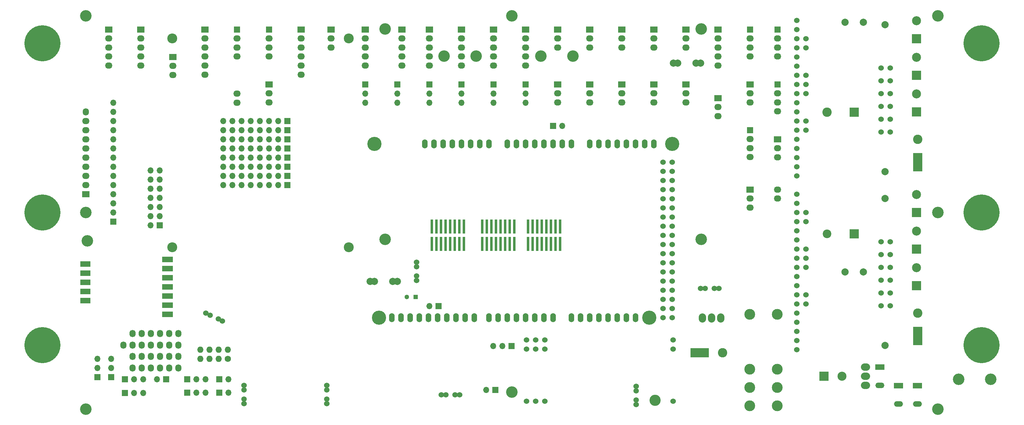
<source format=gbr>
G04 #@! TF.GenerationSoftware,KiCad,Pcbnew,(5.99.0-7935-g797175e0f2)*
G04 #@! TF.CreationDate,2021-01-18T22:07:50+01:00*
G04 #@! TF.ProjectId,ardumower mega shield svn,61726475-6d6f-4776-9572-206d65676120,1.4*
G04 #@! TF.SameCoordinates,PXc1c960PY8a12ae0*
G04 #@! TF.FileFunction,Soldermask,Bot*
G04 #@! TF.FilePolarity,Negative*
%FSLAX46Y46*%
G04 Gerber Fmt 4.6, Leading zero omitted, Abs format (unit mm)*
G04 Created by KiCad (PCBNEW (5.99.0-7935-g797175e0f2)) date 2021-01-18 22:07:50*
%MOMM*%
%LPD*%
G01*
G04 APERTURE LIST*
%ADD10R,1.700000X1.700000*%
%ADD11O,1.700000X1.700000*%
%ADD12R,2.499360X1.501140*%
%ADD13O,2.499360X1.501140*%
%ADD14R,1.300000X1.300000*%
%ADD15C,1.300000*%
%ADD16C,1.524000*%
%ADD17C,2.000000*%
%ADD18C,3.200000*%
%ADD19C,10.000000*%
%ADD20C,1.501140*%
%ADD21R,2.500000X2.500000*%
%ADD22C,2.500000*%
%ADD23R,2.600000X2.600000*%
%ADD24C,2.600000*%
%ADD25C,3.100000*%
%ADD26C,2.999740*%
%ADD27O,2.032000X2.540000*%
%ADD28O,2.540000X2.032000*%
%ADD29R,2.032000X1.720000*%
%ADD30O,2.032000X1.720000*%
%ADD31O,2.032000X1.710000*%
%ADD32R,2.032000X1.727200*%
%ADD33O,2.032000X1.727200*%
%ADD34R,1.720000X1.720000*%
%ADD35O,2.023000X1.720000*%
%ADD36R,2.032000X1.700000*%
%ADD37R,2.032000X1.710000*%
%ADD38C,1.998980*%
%ADD39O,1.727200X2.032000*%
%ADD40C,2.750000*%
%ADD41R,1.524000X1.524000*%
%ADD42O,1.727200X1.727200*%
%ADD43C,1.727200*%
%ADD44C,2.400000*%
%ADD45C,3.937000*%
%ADD46O,1.524000X2.540000*%
%ADD47R,0.660400X4.000000*%
G04 APERTURE END LIST*
D10*
X40005000Y10795000D03*
D11*
X37465000Y10795000D03*
D12*
X248285000Y9017000D03*
D13*
X248285000Y3937000D03*
D10*
X73660000Y74930000D03*
D11*
X71120000Y74930000D03*
X68580000Y74930000D03*
X66040000Y74930000D03*
X63500000Y74930000D03*
X60960000Y74930000D03*
X58420000Y74930000D03*
X55880000Y74930000D03*
D14*
X109220000Y33655000D03*
D15*
X106720000Y33655000D03*
D12*
X243078000Y9017000D03*
D13*
X243078000Y3937000D03*
D16*
X214884000Y67310000D03*
X214884000Y69850000D03*
X214884000Y72390000D03*
X214884000Y74930000D03*
X214884000Y77470000D03*
X214884000Y80010000D03*
X214884000Y82550000D03*
X214884000Y85090000D03*
X214884000Y87630000D03*
X214884000Y90170000D03*
X214884000Y92710000D03*
X214884000Y95250000D03*
X214884000Y97790000D03*
X214884000Y100330000D03*
X214884000Y102870000D03*
X214884000Y105410000D03*
X214884000Y107950000D03*
X214884000Y110490000D03*
X238252000Y79502000D03*
X240792000Y79502000D03*
X238252000Y83058000D03*
X240792000Y83058000D03*
X240792000Y86614000D03*
X238252000Y86614000D03*
X240792000Y90170000D03*
X238252000Y90170000D03*
X238252000Y93726000D03*
X240792000Y93726000D03*
X240792000Y97282000D03*
X238252000Y97282000D03*
X217424000Y80010000D03*
X217424000Y82550000D03*
X217424000Y90170000D03*
X217424000Y92710000D03*
X217424000Y95250000D03*
X217424000Y102870000D03*
X217424000Y105410000D03*
D17*
X239331500Y109283500D03*
X239331500Y68516500D03*
D16*
X214884000Y19050000D03*
X214884000Y21590000D03*
X214884000Y24130000D03*
X214884000Y26670000D03*
X214884000Y29210000D03*
X214884000Y31750000D03*
X214884000Y34290000D03*
X214884000Y36830000D03*
X214884000Y39370000D03*
X214884000Y41910000D03*
X214884000Y44450000D03*
X214884000Y46990000D03*
X214884000Y49530000D03*
X214884000Y52070000D03*
X214884000Y54610000D03*
X214884000Y57150000D03*
X214884000Y59690000D03*
X214884000Y62230000D03*
X238252000Y31242000D03*
X240792000Y31242000D03*
X240792000Y34798000D03*
X238252000Y34798000D03*
X238252000Y38354000D03*
X240792000Y38354000D03*
X238252000Y41910000D03*
X240792000Y41910000D03*
X240792000Y45466000D03*
X238252000Y45466000D03*
X240792000Y49022000D03*
X238252000Y49022000D03*
X217424000Y31750000D03*
X217424000Y34290000D03*
X217424000Y41910000D03*
X217424000Y44450000D03*
X217424000Y46990000D03*
X217424000Y54610000D03*
X217424000Y57150000D03*
D17*
X239331500Y20256500D03*
X239331500Y61023500D03*
D18*
X17780000Y57150000D03*
X17780000Y2540000D03*
X135890000Y111760000D03*
X135890000Y7239000D03*
X254000000Y111760000D03*
X254000000Y57150000D03*
X254000000Y2540000D03*
D19*
X5715000Y104140000D03*
X5715000Y57150000D03*
X5715000Y20320000D03*
X266065000Y104140000D03*
X266065000Y57150000D03*
X266065000Y20320000D03*
D18*
X259715000Y10795000D03*
X268605000Y10795000D03*
D10*
X73660000Y77470000D03*
D11*
X71120000Y77470000D03*
X68580000Y77470000D03*
X66040000Y77470000D03*
X63500000Y77470000D03*
X60960000Y77470000D03*
X58420000Y77470000D03*
X55880000Y77470000D03*
D10*
X73660000Y80010000D03*
D11*
X71120000Y80010000D03*
X68580000Y80010000D03*
X66040000Y80010000D03*
X63500000Y80010000D03*
X60960000Y80010000D03*
X58420000Y80010000D03*
X55880000Y80010000D03*
D10*
X73660000Y82550000D03*
D11*
X71120000Y82550000D03*
X68580000Y82550000D03*
X66040000Y82550000D03*
X63500000Y82550000D03*
X60960000Y82550000D03*
X58420000Y82550000D03*
X55880000Y82550000D03*
D20*
X170307000Y7620000D03*
D16*
X170307000Y8890000D03*
D20*
X170307000Y5080000D03*
D16*
X170307000Y3810000D03*
D21*
X248031000Y36830000D03*
D22*
X248031000Y41830000D03*
D21*
X248031000Y46990000D03*
D22*
X248031000Y51990000D03*
D21*
X248031000Y57150000D03*
D22*
X248031000Y62150000D03*
D21*
X248031000Y85090000D03*
D22*
X248031000Y90090000D03*
D21*
X248031000Y95250000D03*
D22*
X248031000Y100250000D03*
D21*
X248031000Y105410000D03*
D22*
X248031000Y110410000D03*
D23*
X248412000Y24130000D03*
X248412000Y21590000D03*
X248412000Y21590000D03*
D24*
X248412000Y29210000D03*
D23*
X189230000Y18161000D03*
X186690000Y18161000D03*
X186690000Y18161000D03*
D24*
X194310000Y18161000D03*
D23*
X248412000Y72390000D03*
X248412000Y69850000D03*
X248412000Y69850000D03*
D24*
X248412000Y77470000D03*
D16*
X142494000Y21717000D03*
X145034000Y21717000D03*
X145034000Y19177000D03*
X139954000Y21717000D03*
X139954000Y19177000D03*
X142494000Y19177000D03*
X145034000Y4699000D03*
X139954000Y4699000D03*
X142494000Y4699000D03*
X180594000Y4699000D03*
X180594000Y21717000D03*
X180594000Y19177000D03*
D25*
X175524000Y4963000D03*
D26*
X201803000Y3429000D03*
X201803000Y13589000D03*
X201803000Y8509000D03*
X209423000Y28829000D03*
X201803000Y28829000D03*
X209423000Y8509000D03*
X209423000Y13589000D03*
X209423000Y3429000D03*
D20*
X189484000Y36068000D03*
D16*
X188214000Y36068000D03*
D20*
X192024000Y36068000D03*
D16*
X193294000Y36068000D03*
D10*
X95250000Y92710000D03*
D11*
X95250000Y90170000D03*
X95250000Y87630000D03*
D10*
X104140000Y92710000D03*
D11*
X104140000Y90170000D03*
X104140000Y87630000D03*
D10*
X113030000Y92710000D03*
D11*
X113030000Y90170000D03*
X113030000Y87630000D03*
D10*
X121920000Y92710000D03*
D11*
X121920000Y90170000D03*
X121920000Y87630000D03*
D10*
X130810000Y92710000D03*
D11*
X130810000Y90170000D03*
X130810000Y87630000D03*
D10*
X139700000Y92710000D03*
D11*
X139700000Y90170000D03*
X139700000Y87630000D03*
D10*
X28575000Y10795000D03*
D11*
X31115000Y10795000D03*
X33655000Y10795000D03*
D27*
X188722000Y27813000D03*
X191262000Y27813000D03*
X193802000Y27813000D03*
D28*
X233934000Y9144000D03*
X233934000Y11684000D03*
X233934000Y14224000D03*
D10*
X73660000Y69850000D03*
D11*
X71120000Y69850000D03*
X68580000Y69850000D03*
X66040000Y69850000D03*
X63500000Y69850000D03*
X60960000Y69850000D03*
X58420000Y69850000D03*
X55880000Y69850000D03*
D10*
X73660000Y67310000D03*
D11*
X71120000Y67310000D03*
X68580000Y67310000D03*
X66040000Y67310000D03*
X63500000Y67310000D03*
X60960000Y67310000D03*
X58420000Y67310000D03*
X55880000Y67310000D03*
D10*
X73660000Y64770000D03*
D11*
X71120000Y64770000D03*
X68580000Y64770000D03*
X66040000Y64770000D03*
X63500000Y64770000D03*
X60960000Y64770000D03*
X58420000Y64770000D03*
X55880000Y64770000D03*
D29*
X209550000Y77470000D03*
D30*
X209550000Y74970000D03*
X209550000Y72470000D03*
D29*
X201930000Y63500000D03*
D31*
X201930000Y61000000D03*
X201930000Y58500000D03*
X209550000Y63500000D03*
X209550000Y61000000D03*
X59690000Y87630000D03*
X59690000Y90130000D03*
D32*
X68580000Y92710000D03*
D33*
X68580000Y90210000D03*
X68580000Y87710000D03*
D29*
X193040000Y107950000D03*
D30*
X193040000Y105450000D03*
X193040000Y102950000D03*
X193040000Y100450000D03*
X193040000Y97950000D03*
D34*
X209550000Y107950000D03*
D30*
X209550000Y105450000D03*
D35*
X209550000Y102950000D03*
D30*
X209550000Y100450000D03*
D34*
X201930000Y107950000D03*
D30*
X201930000Y105450000D03*
D35*
X201930000Y102950000D03*
D30*
X201930000Y100450000D03*
D29*
X95250000Y107950000D03*
D30*
X95250000Y105450000D03*
X95250000Y102950000D03*
X95250000Y100450000D03*
X95250000Y97950000D03*
D29*
X105410000Y107950000D03*
D30*
X105410000Y105450000D03*
X105410000Y102950000D03*
X105410000Y100450000D03*
X105410000Y97950000D03*
D29*
X113030000Y107950000D03*
D30*
X113030000Y105450000D03*
X113030000Y102950000D03*
X113030000Y100450000D03*
X113030000Y97950000D03*
D29*
X121920000Y107950000D03*
D30*
X121920000Y105450000D03*
X121920000Y102950000D03*
X121920000Y100450000D03*
X121920000Y97950000D03*
D36*
X130810000Y107950000D03*
D30*
X130810000Y105450000D03*
X130810000Y102950000D03*
X130810000Y100450000D03*
X130810000Y97950000D03*
D29*
X139700000Y107950000D03*
D30*
X139700000Y105450000D03*
X139700000Y102950000D03*
X139700000Y100450000D03*
X139700000Y97950000D03*
D34*
X201930000Y80010000D03*
D30*
X201930000Y77510000D03*
D35*
X201930000Y75010000D03*
D30*
X201930000Y72510000D03*
D34*
X209550000Y92710000D03*
D30*
X209550000Y90210000D03*
D35*
X209550000Y87710000D03*
D30*
X209550000Y85210000D03*
D29*
X41910000Y100330000D03*
D30*
X41910000Y97830000D03*
X41910000Y95330000D03*
D29*
X85725000Y107950000D03*
D30*
X85725000Y105450000D03*
X85725000Y102950000D03*
D29*
X166370000Y107950000D03*
D30*
X166370000Y105450000D03*
X166370000Y102950000D03*
D29*
X148590000Y92710000D03*
D30*
X148590000Y90210000D03*
X148590000Y87710000D03*
D29*
X157480000Y92710000D03*
D30*
X157480000Y90210000D03*
X157480000Y87710000D03*
D29*
X157480000Y107950000D03*
D30*
X157480000Y105450000D03*
X157480000Y102950000D03*
D29*
X166370000Y92710000D03*
D30*
X166370000Y90210000D03*
X166370000Y87710000D03*
D29*
X148590000Y107950000D03*
D30*
X148590000Y105450000D03*
X148590000Y102950000D03*
D37*
X50800000Y107950000D03*
D31*
X50800000Y105450000D03*
X50800000Y102950000D03*
X50800000Y100450000D03*
X50800000Y97950000D03*
X50800000Y95450000D03*
D37*
X77470000Y107950000D03*
D31*
X77470000Y105450000D03*
X77470000Y102950000D03*
X77470000Y100450000D03*
X77470000Y97950000D03*
X77470000Y95450000D03*
D37*
X201930000Y92710000D03*
D31*
X201930000Y90210000D03*
X201930000Y87710000D03*
D37*
X193040000Y88900000D03*
D31*
X193040000Y86400000D03*
X193040000Y83900000D03*
D18*
X17780000Y111760000D03*
D37*
X184150000Y107950000D03*
D31*
X184150000Y105450000D03*
X184150000Y102950000D03*
D37*
X175260000Y107950000D03*
D31*
X175260000Y105450000D03*
X175260000Y102950000D03*
D37*
X184150000Y92710000D03*
D31*
X184150000Y90210000D03*
X184150000Y87710000D03*
D37*
X175260000Y92710000D03*
D31*
X175260000Y90210000D03*
X175260000Y87710000D03*
D38*
X233299000Y40609520D03*
X228219000Y40609520D03*
X233299000Y109951520D03*
X228219000Y109951520D03*
D10*
X54737000Y7112000D03*
D11*
X57277000Y7112000D03*
D10*
X45847000Y10795000D03*
D11*
X48387000Y10795000D03*
X50927000Y10795000D03*
D10*
X24765000Y11430000D03*
D11*
X24765000Y13970000D03*
X24765000Y16510000D03*
D29*
X33020000Y107950000D03*
D30*
X33020000Y105450000D03*
X33020000Y102950000D03*
X33020000Y100450000D03*
X33020000Y97950000D03*
D21*
X222377000Y11684000D03*
D22*
X227377000Y11684000D03*
D29*
X24130000Y107950000D03*
D30*
X24130000Y105450000D03*
X24130000Y102950000D03*
X24130000Y100450000D03*
X24130000Y97950000D03*
D10*
X54737000Y10795000D03*
D11*
X57277000Y10795000D03*
D10*
X131318000Y7874000D03*
D11*
X128778000Y7874000D03*
D10*
X135763000Y20066000D03*
D11*
X133223000Y20066000D03*
X130683000Y20066000D03*
D32*
X17780000Y62230000D03*
D33*
X17780000Y64770000D03*
X17780000Y67310000D03*
X17780000Y69850000D03*
X17780000Y72390000D03*
X17780000Y74930000D03*
X17780000Y77470000D03*
X17780000Y80010000D03*
X17780000Y82550000D03*
D39*
X17780000Y85090000D03*
D40*
X41667000Y47454000D03*
X90667000Y47454000D03*
X90667000Y105454000D03*
X41667000Y105454000D03*
D18*
X125984000Y100584000D03*
X143891000Y100584000D03*
X152781000Y100584000D03*
X117094000Y100584000D03*
D34*
X59690000Y107950000D03*
D30*
X59690000Y105450000D03*
D35*
X59690000Y102950000D03*
D30*
X59690000Y100450000D03*
D34*
X68580000Y107950000D03*
D30*
X68580000Y105450000D03*
D35*
X68580000Y102950000D03*
D30*
X68580000Y100450000D03*
D10*
X73660000Y72390000D03*
D11*
X71120000Y72390000D03*
X68580000Y72390000D03*
X66040000Y72390000D03*
X63500000Y72390000D03*
X60960000Y72390000D03*
X58420000Y72390000D03*
X55880000Y72390000D03*
D10*
X28575000Y6985000D03*
D11*
X31115000Y6985000D03*
X33655000Y6985000D03*
D10*
X45847000Y7112000D03*
D11*
X48387000Y7112000D03*
X50927000Y7112000D03*
D10*
X20955000Y11430000D03*
D11*
X20955000Y13970000D03*
X20955000Y16510000D03*
D41*
X39648000Y44069000D03*
X41148000Y44069000D03*
X39648000Y41529000D03*
X41148000Y41529000D03*
X41148000Y38989000D03*
X39648000Y38989000D03*
X41148000Y36449000D03*
X39648000Y36449000D03*
X39648000Y33909000D03*
X41148000Y33909000D03*
X39648000Y31369000D03*
X41148000Y31369000D03*
X41148000Y28829000D03*
X39648000Y28829000D03*
X17018000Y42799000D03*
X18288000Y42799000D03*
X17018000Y40259000D03*
X18288000Y40259000D03*
X18288000Y37719000D03*
X17018000Y37719000D03*
X17018000Y35179000D03*
X18288000Y35179000D03*
X17018000Y32639000D03*
X18288000Y32639000D03*
D18*
X18148000Y49259000D03*
D42*
X52070000Y16510000D03*
X49530000Y19050000D03*
X54610000Y19050000D03*
X52070000Y19050000D03*
X57150000Y19050000D03*
X54610000Y16510000D03*
X49530000Y16510000D03*
D43*
X57150000Y16510000D03*
D12*
X237871000Y14224000D03*
D13*
X237871000Y9144000D03*
D10*
X25400000Y54610000D03*
D11*
X25400000Y57150000D03*
X25400000Y59690000D03*
X25400000Y62230000D03*
X25400000Y64770000D03*
X25400000Y67310000D03*
X25400000Y69850000D03*
X25400000Y72390000D03*
X25400000Y74930000D03*
X25400000Y77470000D03*
X25400000Y80010000D03*
X25400000Y82550000D03*
X25400000Y85090000D03*
X25400000Y87630000D03*
D10*
X38227000Y53594000D03*
D11*
X35687000Y53594000D03*
X38227000Y56134000D03*
X35687000Y56134000D03*
X38227000Y58674000D03*
X35687000Y58674000D03*
X38227000Y61214000D03*
X35687000Y61214000D03*
X38227000Y63754000D03*
X35687000Y63754000D03*
X38227000Y66294000D03*
X35687000Y66294000D03*
X38227000Y68834000D03*
X35687000Y68834000D03*
D16*
X116332000Y6477000D03*
D20*
X117602000Y6477000D03*
X120142000Y6477000D03*
D16*
X121412000Y6477000D03*
D20*
X84582000Y7874000D03*
D16*
X84582000Y9144000D03*
X84582000Y4064000D03*
D20*
X84582000Y5334000D03*
D16*
X61595000Y9144000D03*
D20*
X61595000Y7874000D03*
D16*
X61595000Y4064000D03*
D20*
X61595000Y5334000D03*
D10*
X147320000Y81153000D03*
D11*
X149860000Y81153000D03*
D20*
X54483000Y27559000D03*
D16*
X55634011Y27022275D03*
D20*
X52180978Y28632450D03*
D16*
X51029967Y29169176D03*
D23*
X230759000Y51181000D03*
D44*
X223259000Y51181000D03*
D23*
X230759000Y84963000D03*
D24*
X223259000Y84963000D03*
D39*
X30708600Y23520400D03*
X30708600Y20345400D03*
X35788600Y17170400D03*
X35788600Y20345400D03*
X33248600Y13995400D03*
X38328600Y23520400D03*
X40868600Y13995400D03*
X30708600Y17170400D03*
X28168600Y20345400D03*
X43408600Y23520400D03*
X43408600Y13995400D03*
X43408600Y20345400D03*
X43408600Y13995400D03*
X43408600Y17170400D03*
X43408600Y13995400D03*
X40868600Y17170400D03*
X33248600Y23520400D03*
X40868600Y20345400D03*
X38328600Y13995400D03*
X35788600Y13995400D03*
X38328600Y17170400D03*
X35788600Y23520400D03*
X38328600Y20345400D03*
X40868600Y23520400D03*
X33248600Y20345400D03*
X30708600Y13995400D03*
X33248600Y17170400D03*
D17*
X188203840Y98602800D03*
X186944000Y98602800D03*
X181864000Y98602800D03*
X180604160Y98602800D03*
D45*
X173990000Y27940000D03*
X97790000Y76200000D03*
X180340000Y76200000D03*
X99060000Y27940000D03*
D46*
X147320000Y27940000D03*
X144780000Y27940000D03*
X142240000Y27940000D03*
X139700000Y27940000D03*
X119380000Y76200000D03*
X137160000Y27940000D03*
X134620000Y27940000D03*
X121920000Y76200000D03*
D16*
X177800000Y27940000D03*
X180340000Y27940000D03*
D46*
X132080000Y27940000D03*
X129540000Y27940000D03*
X125476000Y27940000D03*
X122936000Y27940000D03*
X120396000Y27940000D03*
X117856000Y27940000D03*
X115316000Y27940000D03*
X112776000Y27940000D03*
X152400000Y27940000D03*
X154940000Y27940000D03*
X157480000Y27940000D03*
X160020000Y27940000D03*
X162560000Y27940000D03*
X165100000Y27940000D03*
X167640000Y27940000D03*
X170180000Y27940000D03*
D16*
X177800000Y30480000D03*
X180340000Y30480000D03*
X177800000Y33020000D03*
X180340000Y33020000D03*
X177800000Y35560000D03*
X180340000Y35560000D03*
X177800000Y38100000D03*
X180340000Y38100000D03*
X177800000Y40640000D03*
X180340000Y40640000D03*
X177800000Y43180000D03*
X180340000Y43180000D03*
X177800000Y45720000D03*
X180340000Y45720000D03*
X177800000Y48260000D03*
X180340000Y48260000D03*
X177800000Y50800000D03*
X180340000Y50800000D03*
X177800000Y53340000D03*
X180340000Y53340000D03*
X177800000Y55880000D03*
X180340000Y55880000D03*
X177800000Y58420000D03*
X180340000Y58420000D03*
X177800000Y60960000D03*
X180340000Y60960000D03*
X177800000Y63500000D03*
X180340000Y63500000D03*
X177800000Y66040000D03*
X180340000Y66040000D03*
X177800000Y68580000D03*
X180340000Y68580000D03*
D46*
X134620000Y76200000D03*
X137160000Y76200000D03*
X139700000Y76200000D03*
X142240000Y76200000D03*
X144780000Y76200000D03*
X147320000Y76200000D03*
X149860000Y76200000D03*
X152400000Y76200000D03*
X157480000Y76200000D03*
X160020000Y76200000D03*
X162560000Y76200000D03*
X165100000Y76200000D03*
X167640000Y76200000D03*
X170180000Y76200000D03*
X172720000Y76200000D03*
X175260000Y76200000D03*
X107696000Y27940000D03*
X111760000Y76200000D03*
X124460000Y76200000D03*
X127000000Y76200000D03*
X110236000Y27940000D03*
D16*
X177800000Y71120000D03*
X180340000Y71120000D03*
D46*
X114300000Y76200000D03*
X116840000Y76200000D03*
X102616000Y27940000D03*
X105156000Y27940000D03*
X129540000Y76200000D03*
D47*
X149225000Y48387000D03*
X147955000Y48387000D03*
X146685000Y48387000D03*
X145415000Y48387000D03*
X144145000Y48387000D03*
X142875000Y48387000D03*
X141605000Y48387000D03*
X140335000Y48387000D03*
X140335000Y53213000D03*
X141605000Y53213000D03*
X142875000Y53213000D03*
X144145000Y53213000D03*
X145415000Y53213000D03*
X146685000Y53213000D03*
X147955000Y53213000D03*
X149225000Y53213000D03*
X122555000Y48387000D03*
X121285000Y48387000D03*
X120015000Y48387000D03*
X118745000Y48387000D03*
X117475000Y48387000D03*
X116205000Y48387000D03*
X114935000Y48387000D03*
X113665000Y48387000D03*
X113665000Y53213000D03*
X114935000Y53213000D03*
X116205000Y53213000D03*
X117475000Y53213000D03*
X118745000Y53213000D03*
X120015000Y53213000D03*
X121285000Y53213000D03*
X122555000Y53213000D03*
X136525000Y48387000D03*
X135255000Y48387000D03*
X133985000Y48387000D03*
X132715000Y48387000D03*
X131445000Y48387000D03*
X130175000Y48387000D03*
X128905000Y48387000D03*
X127635000Y48387000D03*
X127635000Y53213000D03*
X128905000Y53213000D03*
X130175000Y53213000D03*
X131445000Y53213000D03*
X132715000Y53213000D03*
X133985000Y53213000D03*
X135255000Y53213000D03*
X136525000Y53213000D03*
D18*
X100711000Y49657000D03*
X100711000Y108077000D03*
X188341000Y49657000D03*
X188341000Y108077000D03*
D17*
X104129840Y37973000D03*
X102870000Y37973000D03*
X97790000Y37973000D03*
X96530160Y37973000D03*
D16*
X109474000Y43307000D03*
D20*
X109474000Y42037000D03*
X109474000Y39497000D03*
D16*
X109474000Y38227000D03*
D10*
X115570000Y31115000D03*
D11*
X113030000Y31115000D03*
M02*

</source>
